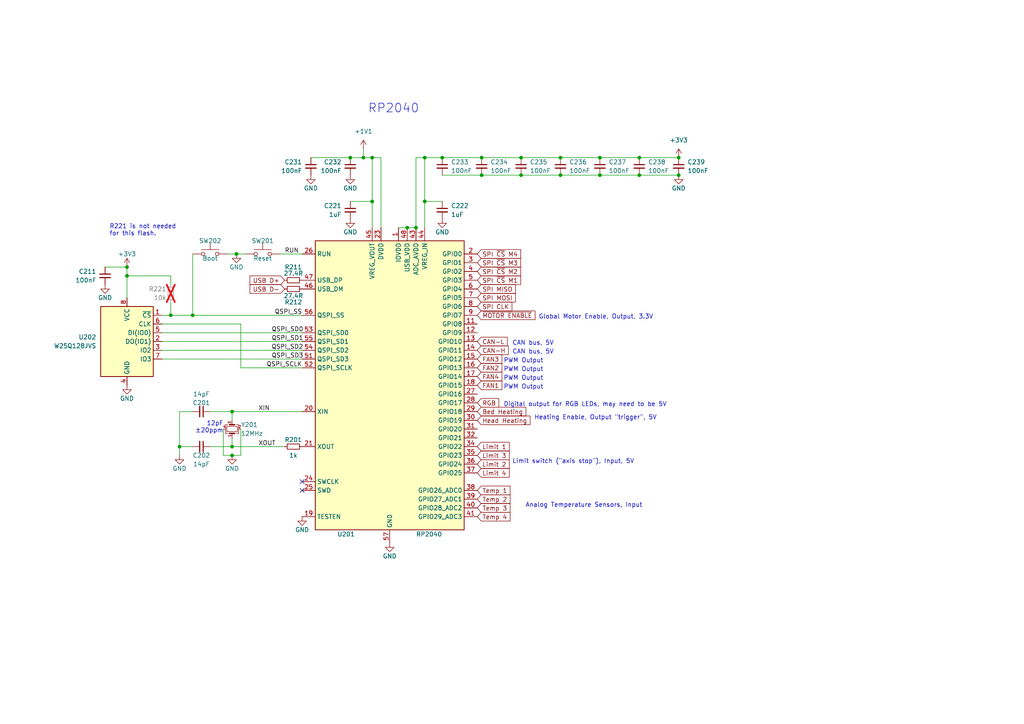
<source format=kicad_sch>
(kicad_sch (version 20230121) (generator eeschema)
  (paper "A4")
  (title_block (title "CAN 3D Printer (4 Motor) - Microcontroller") (rev "1") (company "Abit Gray"))
  (lib_symbols
    (symbol "Device:C_Small" (pin_numbers hide) (pin_names (offset 0.254) hide)
      (property "Reference" "C" (at 0.254 1.778 0))
      (property "Value" "C_Small" (at 0.254 -2.032 0))
      (symbol "C_Small_0_1"
        (polyline (pts (xy -1.524 -0.508) (xy 1.524 -0.508)) (stroke (width 0.3302)))
        (polyline (pts (xy -1.524 0.508) (xy 1.524 0.508)) (stroke (width 0.3048)))
      )
      (symbol "C_Small_1_1"
        (pin passive line (at 0 2.54 270) (length 2.032) (name "~") (number "1"))
        (pin passive line (at 0 -2.54 90) (length 2.032) (name "~") (number "2"))
      )
    )
    (symbol "Device:Crystal_GND24_Small" (pin_names (offset 1.016) hide)
      (property "Reference" "Y" (at 1.27 4.445 0))
      (property "Value" "Crystal_GND24_Small" (at 1.27 2.54 0))
      (symbol "Crystal_GND24_Small_0_1"
        (rectangle (start -0.762 -1.524) (end 0.762 1.524))
        (polyline (pts (xy -1.27 -0.762) (xy -1.27 0.762)) (stroke (width 0.381)))
        (polyline (pts (xy 1.27 -0.762) (xy 1.27 0.762)) (stroke (width 0.381)))
        (polyline (pts (xy -1.27 -1.27) (xy -1.27 -1.905) (xy 1.27 -1.905) (xy 1.27 -1.27)))
        (polyline (pts (xy -1.27 1.27) (xy -1.27 1.905) (xy 1.27 1.905) (xy 1.27 1.27)))
      )
      (symbol "Crystal_GND24_Small_1_1"
        (pin passive line (at -2.54 0 0) (length 1.27) (name "1") (number "1"))
        (pin passive line (at 0 -2.54 90) (length 0.635) (name "2") (number "2"))
        (pin passive line (at 2.54 0 180) (length 1.27) (name "3") (number "3"))
        (pin passive line (at 0 2.54 270) (length 0.635) (name "4") (number "4"))
      )
    )
    (symbol "Device:R_Small" (pin_numbers hide) (pin_names (offset 0.254) hide)
      (property "Reference" "R" (at 0.762 0.508 0))
      (property "Value" "R_Small" (at 0.762 -1.016 0))
      (symbol "R_Small_0_1"
        (rectangle (start -0.762 1.778) (end 0.762 -1.778) (stroke (width 0.2032)))
      )
      (symbol "R_Small_1_1"
        (pin passive line (at 0 2.54 270) (length 0.762) (name "~") (number "1"))
        (pin passive line (at 0 -2.54 90) (length 0.762) (name "~") (number "2"))
      )
    )
    (symbol "GND_1" (power) (pin_names (offset 0))
      (property "Value" "GND_1" (at 0 -3.81 0))
      (symbol "GND_1_0_1"
        (polyline (pts (xy 0 0) (xy 0 -1.27) (xy 1.27 -1.27) (xy 0 -2.54) (xy -1.27 -1.27) (xy 0 -1.27)))
      )
      (symbol "GND_1_1_1"
        (pin power_in line (at 0 0 270) (length 0) hide (name "GND") (number "1"))
      )
    )
    (symbol "MCU_RaspberryPi:RP2040"
      (property "Reference" "U" (at 17.78 45.72 0))
      (property "Value" "RP2040" (at 17.78 43.18 0))
      (symbol "RP2040_0_1"
        (rectangle (start -21.59 41.91) (end 21.59 -41.91) (stroke (width 0.254)) (fill (type background)))
      )
      (symbol "RP2040_1_1"
        (pin power_in line (at 2.54 45.72 270) (length 3.81) (name "IOVDD") (number "1"))
        (pin passive line (at 2.54 45.72 270) (length 3.81) hide (name "IOVDD") (number "10"))
        (pin bidirectional line (at 25.4 17.78 180) (length 3.81) (name "GPIO8") (number "11"))
        (pin bidirectional line (at 25.4 15.24 180) (length 3.81) (name "GPIO9") (number "12"))
        (pin bidirectional line (at 25.4 12.7 180) (length 3.81) (name "GPIO10") (number "13"))
        (pin bidirectional line (at 25.4 10.16 180) (length 3.81) (name "GPIO11") (number "14"))
        (pin bidirectional line (at 25.4 7.62 180) (length 3.81) (name "GPIO12") (number "15"))
        (pin bidirectional line (at 25.4 5.08 180) (length 3.81) (name "GPIO13") (number "16"))
        (pin bidirectional line (at 25.4 2.54 180) (length 3.81) (name "GPIO14") (number "17"))
        (pin bidirectional line (at 25.4 0 180) (length 3.81) (name "GPIO15") (number "18"))
        (pin input line (at -25.4 -38.1 0) (length 3.81) (name "TESTEN") (number "19"))
        (pin bidirectional line (at 25.4 38.1 180) (length 3.81) (name "GPIO0") (number "2"))
        (pin input line (at -25.4 -7.62 0) (length 3.81) (name "XIN") (number "20"))
        (pin passive line (at -25.4 -17.78 0) (length 3.81) (name "XOUT") (number "21"))
        (pin passive line (at 2.54 45.72 270) (length 3.81) hide (name "IOVDD") (number "22"))
        (pin power_in line (at -2.54 45.72 270) (length 3.81) (name "DVDD") (number "23"))
        (pin input line (at -25.4 -27.94 0) (length 3.81) (name "SWCLK") (number "24"))
        (pin bidirectional line (at -25.4 -30.48 0) (length 3.81) (name "SWD") (number "25"))
        (pin input line (at -25.4 38.1 0) (length 3.81) (name "RUN") (number "26"))
        (pin bidirectional line (at 25.4 -2.54 180) (length 3.81) (name "GPIO16") (number "27"))
        (pin bidirectional line (at 25.4 -5.08 180) (length 3.81) (name "GPIO17") (number "28"))
        (pin bidirectional line (at 25.4 -7.62 180) (length 3.81) (name "GPIO18") (number "29"))
        (pin bidirectional line (at 25.4 35.56 180) (length 3.81) (name "GPIO1") (number "3"))
        (pin bidirectional line (at 25.4 -10.16 180) (length 3.81) (name "GPIO19") (number "30"))
        (pin bidirectional line (at 25.4 -12.7 180) (length 3.81) (name "GPIO20") (number "31"))
        (pin bidirectional line (at 25.4 -15.24 180) (length 3.81) (name "GPIO21") (number "32"))
        (pin passive line (at 2.54 45.72 270) (length 3.81) hide (name "IOVDD") (number "33"))
        (pin bidirectional line (at 25.4 -17.78 180) (length 3.81) (name "GPIO22") (number "34"))
        (pin bidirectional line (at 25.4 -20.32 180) (length 3.81) (name "GPIO23") (number "35"))
        (pin bidirectional line (at 25.4 -22.86 180) (length 3.81) (name "GPIO24") (number "36"))
        (pin bidirectional line (at 25.4 -25.4 180) (length 3.81) (name "GPIO25") (number "37"))
        (pin bidirectional line (at 25.4 -30.48 180) (length 3.81) (name "GPIO26_ADC0") (number "38"))
        (pin bidirectional line (at 25.4 -33.02 180) (length 3.81) (name "GPIO27_ADC1") (number "39"))
        (pin bidirectional line (at 25.4 33.02 180) (length 3.81) (name "GPIO2") (number "4"))
        (pin bidirectional line (at 25.4 -35.56 180) (length 3.81) (name "GPIO28_ADC2") (number "40"))
        (pin bidirectional line (at 25.4 -38.1 180) (length 3.81) (name "GPIO29_ADC3") (number "41"))
        (pin passive line (at 2.54 45.72 270) (length 3.81) hide (name "IOVDD") (number "42"))
        (pin power_in line (at 7.62 45.72 270) (length 3.81) (name "ADC_AVDD") (number "43"))
        (pin power_in line (at 10.16 45.72 270) (length 3.81) (name "VREG_IN") (number "44"))
        (pin power_out line (at -5.08 45.72 270) (length 3.81) (name "VREG_VOUT") (number "45"))
        (pin bidirectional line (at -25.4 27.94 0) (length 3.81) (name "USB_DM") (number "46"))
        (pin bidirectional line (at -25.4 30.48 0) (length 3.81) (name "USB_DP") (number "47"))
        (pin power_in line (at 5.08 45.72 270) (length 3.81) (name "USB_VDD") (number "48"))
        (pin passive line (at 2.54 45.72 270) (length 3.81) hide (name "IOVDD") (number "49"))
        (pin bidirectional line (at 25.4 30.48 180) (length 3.81) (name "GPIO3") (number "5"))
        (pin passive line (at -2.54 45.72 270) (length 3.81) hide (name "DVDD") (number "50"))
        (pin bidirectional line (at -25.4 7.62 0) (length 3.81) (name "QSPI_SD3") (number "51"))
        (pin output line (at -25.4 5.08 0) (length 3.81) (name "QSPI_SCLK") (number "52"))
        (pin bidirectional line (at -25.4 15.24 0) (length 3.81) (name "QSPI_SD0") (number "53"))
        (pin bidirectional line (at -25.4 10.16 0) (length 3.81) (name "QSPI_SD2") (number "54"))
        (pin bidirectional line (at -25.4 12.7 0) (length 3.81) (name "QSPI_SD1") (number "55"))
        (pin bidirectional line (at -25.4 20.32 0) (length 3.81) (name "QSPI_SS") (number "56"))
        (pin power_in line (at 0 -45.72 90) (length 3.81) (name "GND") (number "57"))
        (pin bidirectional line (at 25.4 27.94 180) (length 3.81) (name "GPIO4") (number "6"))
        (pin bidirectional line (at 25.4 25.4 180) (length 3.81) (name "GPIO5") (number "7"))
        (pin bidirectional line (at 25.4 22.86 180) (length 3.81) (name "GPIO6") (number "8"))
        (pin bidirectional line (at 25.4 20.32 180) (length 3.81) (name "GPIO7") (number "9"))
      )
    )
    (symbol "Memory_Flash:W25Q128JVS"
      (property "Reference" "U" (at -8.89 8.89 0))
      (property "Value" "W25Q128JVS" (at 7.62 8.89 0))
      (symbol "W25Q128JVS_0_1"
        (rectangle (start -7.62 10.16) (end 7.62 -10.16) (stroke (width 0.254)) (fill (type background)))
      )
      (symbol "W25Q128JVS_1_1"
        (pin input line (at -10.16 7.62 0) (length 2.54) (name "~{CS}") (number "1"))
        (pin bidirectional line (at -10.16 0 0) (length 2.54) (name "DO(IO1)") (number "2"))
        (pin bidirectional line (at -10.16 -2.54 0) (length 2.54) (name "IO2") (number "3"))
        (pin power_in line (at 0 -12.7 90) (length 2.54) (name "GND") (number "4"))
        (pin bidirectional line (at -10.16 2.54 0) (length 2.54) (name "DI(IO0)") (number "5"))
        (pin input line (at -10.16 5.08 0) (length 2.54) (name "CLK") (number "6"))
        (pin bidirectional line (at -10.16 -5.08 0) (length 2.54) (name "IO3") (number "7"))
        (pin power_in line (at 0 12.7 270) (length 2.54) (name "VCC") (number "8"))
      )
    )
    (symbol "Switch:SW_Push" (pin_numbers hide) (pin_names (offset 1.016) hide)
      (property "Reference" "SW" (at 1.27 2.54 0))
      (property "Value" "SW_Push" (at 0 -1.524 0))
      (symbol "SW_Push_0_1"
        (circle (center -2.032 0) (radius 0.508))
        (polyline (pts (xy 0 1.27) (xy 0 3.048)))
        (polyline (pts (xy 2.54 1.27) (xy -2.54 1.27)))
        (circle (center 2.032 0) (radius 0.508))
        (pin passive line (at -5.08 0 0) (length 2.54) (name "1") (number "1"))
        (pin passive line (at 5.08 0 180) (length 2.54) (name "2") (number "2"))
      )
    )
    (symbol "power:+1V1" (power) (pin_names (offset 0))
      (property "Value" "+1V1" (at 0 3.556 0))
      (symbol "+1V1_0_1"
        (polyline (pts (xy -0.762 1.27) (xy 0 2.54)))
        (polyline (pts (xy 0 0) (xy 0 2.54)))
        (polyline (pts (xy 0 2.54) (xy 0.762 1.27)))
      )
      (symbol "+1V1_1_1"
        (pin power_in line (at 0 0 90) (length 0) hide (name "+1V1") (number "1"))
      )
    )
    (symbol "power:+3V3" (power) (pin_names (offset 0))
      (property "Value" "+3V3" (at 0 3.556 0))
      (symbol "+3V3_0_1"
        (polyline (pts (xy -0.762 1.27) (xy 0 2.54)))
        (polyline (pts (xy 0 0) (xy 0 2.54)))
        (polyline (pts (xy 0 2.54) (xy 0.762 1.27)))
      )
      (symbol "+3V3_1_1"
        (pin power_in line (at 0 0 90) (length 0) hide (name "+3V3") (number "1"))
      )
    )
    (symbol "power:GND" (power) (pin_numbers hide) (pin_names (offset 0) hide)
      (property "Value" "GND" (at 0 -3.81 0))
      (symbol "GND_0_1"
        (polyline (pts (xy 0 0) (xy 0 -1.27) (xy 1.27 -1.27) (xy 0 -2.54) (xy -1.27 -1.27) (xy 0 -1.27)))
      )
      (symbol "GND_1_1"
        (pin power_in line (at 0 0 270) (length 0) hide (name "GND") (number "1"))
      )
    )
  )
  (junction (at 105.41 45.72))
  (junction (at 101.6 45.72))
  (junction (at 118.11 66.04))
  (junction (at 52.07 129.54))
  (junction (at 36.83 77.47))
  (junction (at 123.19 45.72))
  (junction (at 139.7 45.72))
  (junction (at 162.56 45.72))
  (junction (at 107.95 58.42))
  (junction (at 67.31 119.38))
  (junction (at 185.42 50.8))
  (junction (at 139.7 50.8))
  (junction (at 107.95 45.72))
  (junction (at 196.85 50.8))
  (junction (at 67.31 129.54))
  (junction (at 173.99 45.72))
  (junction (at 173.99 50.8))
  (junction (at 49.53 91.44))
  (junction (at 123.19 58.42))
  (junction (at 128.27 45.72))
  (junction (at 196.85 45.72))
  (junction (at 151.13 50.8))
  (junction (at 55.88 91.44))
  (junction (at 68.58 73.66))
  (junction (at 151.13 45.72))
  (junction (at 185.42 45.72))
  (junction (at 120.65 66.04))
  (junction (at 36.83 80.01))
  (junction (at 162.56 50.8))
  (junction (at 67.31 132.08))
  (no_connect (at 87.63 139.7))
  (no_connect (at 87.63 142.24))
  (wire (pts (xy 55.88 73.66) (xy 55.88 91.44)))
  (wire (pts (xy 185.42 50.8) (xy 196.85 50.8)))
  (wire (pts (xy 60.96 119.38) (xy 67.31 119.38)))
  (wire (pts (xy 67.31 132.08) (xy 69.85 132.08)))
  (wire (pts (xy 107.95 58.42) (xy 101.6 58.42)))
  (wire (pts (xy 162.56 45.72) (xy 173.99 45.72)))
  (wire (pts (xy 69.85 106.68) (xy 87.63 106.68)))
  (wire (pts (xy 139.7 50.8) (xy 151.13 50.8)))
  (wire (pts (xy 64.77 132.08) (xy 67.31 132.08)))
  (wire (pts (xy 46.99 101.6) (xy 87.63 101.6)))
  (wire (pts (xy 52.07 129.54) (xy 52.07 119.38)))
  (wire (pts (xy 52.07 119.38) (xy 55.88 119.38)))
  (wire (pts (xy 107.95 58.42) (xy 107.95 66.04)))
  (wire (pts (xy 66.04 73.66) (xy 68.58 73.66)))
  (wire (pts (xy 115.57 66.04) (xy 118.11 66.04)))
  (wire (pts (xy 67.31 119.38) (xy 67.31 121.92)))
  (wire (pts (xy 30.48 77.47) (xy 36.83 77.47)))
  (wire (pts (xy 49.53 87.63) (xy 49.53 91.44)))
  (wire (pts (xy 46.99 91.44) (xy 49.53 91.44)))
  (wire (pts (xy 185.42 45.72) (xy 196.85 45.72)))
  (wire (pts (xy 49.53 82.55) (xy 49.53 80.01)))
  (wire (pts (xy 60.96 129.54) (xy 67.31 129.54)))
  (wire (pts (xy 101.6 45.72) (xy 105.41 45.72)))
  (wire (pts (xy 118.11 66.04) (xy 120.65 66.04)))
  (wire (pts (xy 46.99 93.98) (xy 69.85 93.98)))
  (wire (pts (xy 107.95 45.72) (xy 107.95 58.42)))
  (wire (pts (xy 110.49 45.72) (xy 110.49 66.04)))
  (wire (pts (xy 67.31 127) (xy 67.31 129.54)))
  (wire (pts (xy 49.53 80.01) (xy 36.83 80.01)))
  (wire (pts (xy 52.07 129.54) (xy 55.88 129.54)))
  (wire (pts (xy 64.77 124.46) (xy 64.77 132.08)))
  (wire (pts (xy 128.27 50.8) (xy 139.7 50.8)))
  (wire (pts (xy 55.88 91.44) (xy 87.63 91.44)))
  (wire (pts (xy 46.99 99.06) (xy 87.63 99.06)))
  (wire (pts (xy 128.27 45.72) (xy 139.7 45.72)))
  (wire (pts (xy 120.65 45.72) (xy 123.19 45.72)))
  (wire (pts (xy 36.83 77.47) (xy 36.83 80.01)))
  (wire (pts (xy 105.41 45.72) (xy 107.95 45.72)))
  (wire (pts (xy 67.31 129.54) (xy 82.55 129.54)))
  (wire (pts (xy 151.13 45.72) (xy 162.56 45.72)))
  (wire (pts (xy 67.31 119.38) (xy 87.63 119.38)))
  (wire (pts (xy 52.07 132.08) (xy 52.07 129.54)))
  (wire (pts (xy 36.83 80.01) (xy 36.83 86.36)))
  (wire (pts (xy 46.99 104.14) (xy 87.63 104.14)))
  (wire (pts (xy 173.99 45.72) (xy 185.42 45.72)))
  (wire (pts (xy 49.53 91.44) (xy 55.88 91.44)))
  (wire (pts (xy 162.56 50.8) (xy 173.99 50.8)))
  (wire (pts (xy 173.99 50.8) (xy 185.42 50.8)))
  (wire (pts (xy 123.19 45.72) (xy 123.19 58.42)))
  (wire (pts (xy 120.65 66.04) (xy 120.65 45.72)))
  (wire (pts (xy 123.19 66.04) (xy 123.19 58.42)))
  (wire (pts (xy 69.85 132.08) (xy 69.85 124.46)))
  (wire (pts (xy 139.7 45.72) (xy 151.13 45.72)))
  (wire (pts (xy 81.28 73.66) (xy 87.63 73.66)))
  (wire (pts (xy 151.13 50.8) (xy 162.56 50.8)))
  (wire (pts (xy 105.41 43.18) (xy 105.41 45.72)))
  (wire (pts (xy 46.99 96.52) (xy 87.63 96.52)))
  (wire (pts (xy 107.95 45.72) (xy 110.49 45.72)))
  (wire (pts (xy 69.85 93.98) (xy 69.85 106.68)))
  (wire (pts (xy 90.17 45.72) (xy 101.6 45.72)))
  (wire (pts (xy 123.19 58.42) (xy 128.27 58.42)))
  (wire (pts (xy 68.58 73.66) (xy 71.12 73.66)))
  (wire (pts (xy 123.19 45.72) (xy 128.27 45.72)))
  (text "Limit switch (\"axis stop\"), Input, 5V" (at 148.59 134.62 0) (effects (font (size 1.27 1.27)) (justify left bottom)))
  (text "CAN bus, 5V" (at 148.59 102.87 0) (effects (font (size 1.27 1.27)) (justify left bottom)))
  (text "Digital output for RGB LEDs, may need to be 5V" (at 146.05 118.11 0) (effects (font (size 1.27 1.27)) (justify left bottom)))
  (text "R221 is not needed\nfor this flash." (at 31.75 68.58 0) (effects (font (size 1.27 1.27)) (justify left bottom)))
  (text "Global Motor Enable, Output, 3.3V" (at 156.21 92.71 0) (effects (font (size 1.27 1.27)) (justify left bottom)))
  (text "PWM Output" (at 146.05 105.41 0) (effects (font (size 1.27 1.27)) (justify left bottom)))
  (text "12pF\n±20ppm" (at 64.77 125.73 0) (effects (font (size 1.27 1.27)) (justify right bottom)))
  (text "PWM Output" (at 146.05 110.49 0) (effects (font (size 1.27 1.27)) (justify left bottom)))
  (text "RP2040" (at 106.68 33.02 0) (effects (font (size 2.54 2.54)) (justify left bottom)))
  (text "PWM Output" (at 146.05 107.95 0) (effects (font (size 1.27 1.27)) (justify left bottom)))
  (text "Heating Enable, Output \"trigger\", 5V" (at 154.94 121.92 0) (effects (font (size 1.27 1.27)) (justify left bottom)))
  (text "Analog Temperature Sensors, Input" (at 152.4 147.32 0) (effects (font (size 1.27 1.27)) (justify left bottom)))
  (text "CAN bus, 5V" (at 148.59 100.33 0) (effects (font (size 1.27 1.27)) (justify left bottom)))
  (text "PWM Output" (at 146.05 113.03 0) (effects (font (size 1.27 1.27)) (justify left bottom)))
  (label "QSPI_SD0" (at 78.74 96.52 0))
  (label "XIN" (at 74.93 119.38 0))
  (label "RUN" (at 82.55 73.66 0))
  (label "QSPI_SD2" (at 78.6981 101.6 0))
  (label "QSPI_SD1" (at 78.74 99.06 0))
  (label "QSPI_SD3" (at 78.74 104.14 0))
  (label "XOUT" (at 74.93 129.54 0))
  (label "QSPI_SCLK" (at 87.63 106.68 180))
  (label "QSPI_SS" (at 87.63 91.44 180))
  (global_label "RGB" (shape input) (at 138.43 116.84 0) (property "Intersheetrefs" "${INTERSHEET_REFS}" (effects hide)))
  (global_label "Limit 1" (shape input) (at 138.43 129.54 0) (property "Intersheetrefs" "${INTERSHEET_REFS}" (effects hide)))
  (global_label "SPI ~{CS} M4" (shape input) (at 138.43 73.66 0) (property "Intersheetrefs" "${INTERSHEET_REFS}" (effects hide)))
  (global_label "Limit 3" (shape input) (at 138.43 132.08 0) (property "Intersheetrefs" "${INTERSHEET_REFS}" (effects hide)))
  (global_label "Temp 3" (shape input) (at 138.43 147.32 0) (property "Intersheetrefs" "${INTERSHEET_REFS}" (effects hide)))
  (global_label "SPI CLK" (shape input) (at 138.43 88.9 0) (property "Intersheetrefs" "${INTERSHEET_REFS}" (effects hide)))
  (global_label "Bed Heating" (shape input) (at 138.43 119.38 0) (property "Intersheetrefs" "${INTERSHEET_REFS}" (effects hide)))
  (global_label "SPI ~{CS} M2" (shape input) (at 138.43 78.74 0) (property "Intersheetrefs" "${INTERSHEET_REFS}" (effects hide)))
  (global_label "Limit 2" (shape input) (at 138.43 134.62 0) (property "Intersheetrefs" "${INTERSHEET_REFS}" (effects hide)))
  (global_label "FAN4" (shape input) (at 138.43 109.22 0) (property "Intersheetrefs" "${INTERSHEET_REFS}" (effects hide)))
  (global_label "Temp 4" (shape input) (at 138.43 149.86 0) (property "Intersheetrefs" "${INTERSHEET_REFS}" (effects hide)))
  (global_label "FAN3" (shape input) (at 138.43 104.14 0) (property "Intersheetrefs" "${INTERSHEET_REFS}" (effects hide)))
  (global_label "USB D-" (shape input) (at 82.55 83.82 180) (property "Intersheetrefs" "${INTERSHEET_REFS}" (effects hide)))
  (global_label "Temp 2" (shape input) (at 138.43 144.78 0) (property "Intersheetrefs" "${INTERSHEET_REFS}" (effects hide)))
  (global_label "USB D+" (shape input) (at 82.55 81.28 180) (property "Intersheetrefs" "${INTERSHEET_REFS}" (effects hide)))
  (global_label "Temp 1" (shape input) (at 138.43 142.24 0) (property "Intersheetrefs" "${INTERSHEET_REFS}" (effects hide)))
  (global_label "SPI ~{CS} M3" (shape input) (at 138.43 76.2 0) (property "Intersheetrefs" "${INTERSHEET_REFS}" (effects hide)))
  (global_label "FAN2" (shape input) (at 138.43 106.68 0) (property "Intersheetrefs" "${INTERSHEET_REFS}" (effects hide)))
  (global_label "SPI ~{CS} M1" (shape input) (at 138.43 81.28 0) (property "Intersheetrefs" "${INTERSHEET_REFS}" (effects hide)))
  (global_label "FAN1" (shape input) (at 138.43 111.76 0) (property "Intersheetrefs" "${INTERSHEET_REFS}" (effects hide)))
  (global_label "Limit 4" (shape input) (at 138.43 137.16 0) (property "Intersheetrefs" "${INTERSHEET_REFS}" (effects hide)))
  (global_label "SPI MOSI" (shape input) (at 138.43 86.36 0) (property "Intersheetrefs" "${INTERSHEET_REFS}" (effects hide)))
  (global_label "CAN-H" (shape input) (at 138.43 101.6 0) (property "Intersheetrefs" "${INTERSHEET_REFS}" (effects hide)))
  (global_label "~{MOTOR ENABLE}" (shape input) (at 138.43 91.44 0) (property "Intersheetrefs" "${INTERSHEET_REFS}" (effects hide)))
  (global_label "Head Heating" (shape input) (at 138.43 121.92 0) (property "Intersheetrefs" "${INTERSHEET_REFS}" (effects hide)))
  (global_label "CAN-L" (shape input) (at 138.43 99.06 0) (property "Intersheetrefs" "${INTERSHEET_REFS}" (effects hide)))
  (global_label "SPI MISO" (shape input) (at 138.43 83.82 0) (property "Intersheetrefs" "${INTERSHEET_REFS}" (effects hide)))
  (symbol (lib_id "Device:C_Small") (at 58.42 119.38 270) (mirror x) (unit 1)
    (property "Reference" "C201" (at 58.42 116.84 90))
    (property "Value" "14pF" (at 58.42 114.3 90))
    (property "Footprint" "Capacitor_SMD:C_0402_1005Metric" (effects hide))
    (property "LCSC" "C3037644" (effects hide))
  )
  (symbol (lib_name "GND_1") (lib_id "power:GND") (at 52.07 132.08 0) (unit 1)
    (property "Reference" "#PWR0204" (effects hide))
    (property "Value" "GND" (at 52.07 135.89 0))
  )
  (symbol (lib_id "Device:R_Small") (at 85.09 81.28 90) (unit 1)
    (property "Reference" "R211" (at 85.09 77.47 90))
    (property "Value" "27.4R" (at 85.09 80.01 90) (effects (justify top)))
    (property "Footprint" "Resistor_SMD:R_0402_1005Metric" (effects hide))
    (property "LCSC" "C31439" (effects hide))
  )
  (symbol (lib_id "Device:C_Small") (at 139.7 48.26 0) (unit 1)
    (property "Reference" "C234" (at 142.24 46.9963 0) (effects (justify left)))
    (property "Value" "100nF" (at 142.24 49.53 0) (effects (justify left)))
    (property "Footprint" "Capacitor_SMD:C_0402_1005Metric" (effects hide))
    (property "LCSC" "C60474" (effects hide))
  )
  (symbol (lib_id "Device:C_Small") (at 58.42 129.54 270) (unit 1)
    (property "Reference" "C202" (at 58.42 132.08 90))
    (property "Value" "14pF" (at 58.42 134.62 90))
    (property "Footprint" "Capacitor_SMD:C_0402_1005Metric" (effects hide))
    (property "LCSC" "C3037644" (effects hide))
  )
  (symbol (lib_id "Device:C_Small") (at 196.85 48.26 0) (unit 1)
    (property "Reference" "C239" (at 199.39 46.9963 0) (effects (justify left)))
    (property "Value" "100nF" (at 199.39 49.53 0) (effects (justify left)))
    (property "Footprint" "Capacitor_SMD:C_0402_1005Metric" (effects hide))
    (property "LCSC" "C60474" (effects hide))
  )
  (symbol (lib_name "GND_1") (lib_id "power:GND") (at 101.6 50.8 0) (unit 1)
    (property "Reference" "#PWR0208" (effects hide))
    (property "Value" "GND" (at 101.6 54.61 0))
  )
  (symbol (lib_id "Device:R_Small") (at 49.53 85.09 0) (mirror y) (unit 1) (in_bom no) (dnp yes)
    (property "Reference" "R221" (at 48.26 83.82 0) (effects (justify left)))
    (property "Value" "10k" (at 48.26 86.36 0) (effects (justify left)))
    (property "Footprint" "Resistor_SMD:R_0603_1608Metric" (effects hide))
    (property "LCSC" "C25804" (effects hide))
    (property "Mouser" "603-AC0603FR-1010KL" (effects hide))
  )
  (symbol (lib_id "Device:R_Small") (at 85.09 129.54 90) (unit 1)
    (property "Reference" "R201" (at 85.09 128.27 90) (effects (justify top)))
    (property "Value" "1k" (at 85.09 132.08 90))
    (property "Footprint" "Resistor_SMD:R_0402_1005Metric" (effects hide))
    (property "LCSC" "C851849" (effects hide))
  )
  (symbol (lib_id "Device:R_Small") (at 85.09 83.82 90) (mirror x) (unit 1)
    (property "Reference" "R212" (at 85.09 87.63 90))
    (property "Value" "27.4R" (at 85.09 85.09 90) (effects (justify top)))
    (property "Footprint" "Resistor_SMD:R_0402_1005Metric" (effects hide))
    (property "LCSC" "C31439" (effects hide))
  )
  (symbol (lib_name "GND_1") (lib_id "power:GND") (at 90.17 50.8 0) (unit 1)
    (property "Reference" "#PWR0207" (effects hide))
    (property "Value" "GND" (at 90.17 54.61 0))
  )
  (symbol (lib_name "GND_1") (lib_id "power:GND") (at 128.27 63.5 0) (unit 1)
    (property "Reference" "#PWR0212" (effects hide))
    (property "Value" "GND" (at 128.27 67.31 0))
  )
  (symbol (lib_id "Switch:SW_Push") (at 76.2 73.66 0) (unit 1)
    (property "Reference" "SW201" (at 76.2 69.85 0))
    (property "Value" "Reset" (at 76.2 74.93 0))
    (property "Footprint" "Custom:Button 6x3.6mm" (effects hide))
    (property "Datasheet" "https://datasheet.lcsc.com/lcsc/2002271735_XKB-Connectivity-TS-1101-C-W_C318938.pdf" (effects hide))
    (property "LCSC" "C318938" (effects hide))
  )
  (symbol (lib_id "Device:C_Small") (at 101.6 60.96 0) (mirror y) (unit 1)
    (property "Reference" "C221" (at 99.06 59.6963 0) (effects (justify left)))
    (property "Value" "1uF" (at 99.06 62.2363 0) (effects (justify left)))
    (property "Footprint" "Capacitor_SMD:C_0402_1005Metric" (effects hide))
    (property "LCSC" "C14445" (effects hide))
  )
  (symbol (lib_id "Device:C_Small") (at 30.48 80.01 0) (mirror y) (unit 1)
    (property "Reference" "C211" (at 27.94 78.7463 0) (effects (justify left)))
    (property "Value" "100nF" (at 27.94 81.2863 0) (effects (justify left)))
    (property "Footprint" "Capacitor_SMD:C_0402_1005Metric" (effects hide))
    (property "LCSC" "C60474" (effects hide))
  )
  (symbol (lib_id "Device:C_Small") (at 151.13 48.26 0) (unit 1)
    (property "Reference" "C235" (at 153.67 46.9963 0) (effects (justify left)))
    (property "Value" "100nF" (at 153.67 49.53 0) (effects (justify left)))
    (property "Footprint" "Capacitor_SMD:C_0402_1005Metric" (effects hide))
    (property "LCSC" "C60474" (effects hide))
  )
  (symbol (lib_name "GND_1") (lib_id "power:GND") (at 196.85 50.8 0) (unit 1)
    (property "Reference" "#PWR0214" (effects hide))
    (property "Value" "GND" (at 196.85 54.61 0))
  )
  (symbol (lib_id "Device:C_Small") (at 128.27 48.26 0) (unit 1)
    (property "Reference" "C233" (at 130.81 46.9963 0) (effects (justify left)))
    (property "Value" "100nF" (at 130.81 49.53 0) (effects (justify left)))
    (property "Footprint" "Capacitor_SMD:C_0402_1005Metric" (effects hide))
    (property "LCSC" "C60474" (effects hide))
  )
  (symbol (lib_id "power:GND") (at 113.03 157.48 0) (unit 1)
    (property "Reference" "#PWR0211" (effects hide))
    (property "Value" "GND" (at 113.03 161.29 0))
  )
  (symbol (lib_name "GND_1") (lib_id "power:GND") (at 101.6 63.5 0) (unit 1)
    (property "Reference" "#PWR0209" (effects hide))
    (property "Value" "GND" (at 101.6 67.31 0))
  )
  (symbol (lib_id "power:+3V3") (at 36.83 77.47 0) (mirror y) (unit 1)
    (property "Reference" "#PWR0202" (effects hide))
    (property "Value" "+3V3" (at 36.83 73.66 0))
  )
  (symbol (lib_id "Memory_Flash:W25Q128JVS") (at 36.83 99.06 0) (mirror y) (unit 1)
    (property "Reference" "U202" (at 27.94 97.79 0) (effects (justify left)))
    (property "Value" "W25Q128JVS" (at 27.94 100.33 0) (effects (justify left)))
    (property "Footprint" "Package_SO:SOIC-8_5.23x5.23mm_P1.27mm" (effects hide))
    (property "Datasheet" "http://www.winbond.com/resource-files/w25q128jv_dtr%20revc%2003272018%20plus.pdf" (effects hide))
    (property "LCSC" "C97521" (effects hide))
    (property "Mouser" "454-W25Q128JVSIQTR,454-W25Q128JVSIQ" (effects hide))
  )
  (symbol (lib_name "GND_1") (lib_id "power:GND") (at 68.58 73.66 0) (unit 1)
    (property "Reference" "#PWR0205" (effects hide))
    (property "Value" "GND" (at 68.58 77.47 0))
  )
  (symbol (lib_id "Device:C_Small") (at 128.27 60.96 0) (unit 1)
    (property "Reference" "C222" (at 130.81 59.6963 0) (effects (justify left)))
    (property "Value" "1uF" (at 130.81 62.2363 0) (effects (justify left)))
    (property "Footprint" "Capacitor_SMD:C_0402_1005Metric" (effects hide))
    (property "LCSC" "C14445" (effects hide))
  )
  (symbol (lib_id "Switch:SW_Push") (at 60.96 73.66 0) (mirror y) (unit 1)
    (property "Reference" "SW202" (at 60.96 69.85 0))
    (property "Value" "Boot" (at 60.96 74.93 0))
    (property "Footprint" "Custom:Button 6x3.6mm" (effects hide))
    (property "Datasheet" "https://datasheet.lcsc.com/lcsc/2002271735_XKB-Connectivity-TS-1101-C-W_C318938.pdf" (effects hide))
    (property "LCSC" "C318938" (effects hide))
  )
  (symbol (lib_name "GND_1") (lib_id "power:GND") (at 67.31 132.08 0) (mirror y) (unit 1)
    (property "Reference" "#PWR0215" (effects hide))
    (property "Value" "GND" (at 67.31 135.89 0))
  )
  (symbol (lib_id "Device:Crystal_GND24_Small") (at 67.31 124.46 90) (unit 1)
    (property "Reference" "Y201" (at 69.85 123.19 90) (effects (justify right)))
    (property "Value" "12MHz" (at 69.85 125.73 90) (effects (justify right)))
    (property "Footprint" "Crystal:Crystal_SMD_5032-4Pin_5.0x3.2mm" (effects hide))
    (property "Datasheet" "https://datasheet.lcsc.com/lcsc/2304140030_ECEC-ZheJiang-E-ast-Crystal-Elec-K12000E098_C258959.pdf" (effects hide))
    (property "LCSC" "C258959" (effects hide))
  )
  (symbol (lib_name "GND_1") (lib_id "power:GND") (at 36.83 111.76 0) (mirror y) (unit 1)
    (property "Reference" "#PWR0203" (effects hide))
    (property "Value" "GND" (at 36.83 115.57 0))
  )
  (symbol (lib_id "Device:C_Small") (at 90.17 48.26 0) (mirror y) (unit 1)
    (property "Reference" "C231" (at 87.63 46.9963 0) (effects (justify left)))
    (property "Value" "100nF" (at 87.63 49.5363 0) (effects (justify left)))
    (property "Footprint" "Capacitor_SMD:C_0402_1005Metric" (effects hide))
    (property "LCSC" "C60474" (effects hide))
  )
  (symbol (lib_id "Device:C_Small") (at 173.99 48.26 0) (unit 1)
    (property "Reference" "C237" (at 176.53 46.9963 0) (effects (justify left)))
    (property "Value" "100nF" (at 176.53 49.53 0) (effects (justify left)))
    (property "Footprint" "Capacitor_SMD:C_0402_1005Metric" (effects hide))
    (property "LCSC" "C60474" (effects hide))
  )
  (symbol (lib_id "Device:C_Small") (at 101.6 48.26 0) (mirror y) (unit 1)
    (property "Reference" "C232" (at 99.06 46.9963 0) (effects (justify left)))
    (property "Value" "100nF" (at 99.06 49.53 0) (effects (justify left)))
    (property "Footprint" "Capacitor_SMD:C_0402_1005Metric" (effects hide))
    (property "LCSC" "C60474" (effects hide))
  )
  (symbol (lib_id "power:+1V1") (at 105.41 43.18 0) (unit 1)
    (property "Reference" "#PWR0210" (effects hide))
    (property "Value" "+1V1" (at 105.41 38.1 0))
  )
  (symbol (lib_id "power:+3V3") (at 196.85 45.72 0) (unit 1)
    (property "Reference" "#PWR0213" (effects hide))
    (property "Value" "+3V3" (at 196.85 40.64 0))
  )
  (symbol (lib_id "power:GND") (at 87.63 149.86 0) (unit 1)
    (property "Reference" "#PWR0206" (effects hide))
    (property "Value" "GND" (at 87.63 153.67 0))
  )
  (symbol (lib_name "GND_1") (lib_id "power:GND") (at 30.48 82.55 0) (unit 1)
    (property "Reference" "#PWR0201" (effects hide))
    (property "Value" "GND" (at 30.48 86.36 0))
  )
  (symbol (lib_id "MCU_RaspberryPi:RP2040") (at 113.03 111.76 0) (unit 1)
    (property "Reference" "U201" (at 97.79 154.94 0) (effects (justify left)))
    (property "Value" "RP2040" (at 120.65 154.94 0) (effects (justify left)))
    (property "Footprint" "Package_DFN_QFN:QFN-56-1EP_7x7mm_P0.4mm_EP3.2x3.2mm" (effects hide))
    (property "Datasheet" "https://datasheets.raspberrypi.com/rp2040/rp2040-datasheet.pdf" (effects hide))
    (property "LCSC" "C2040" (effects hide))
    (property "Mouser" "358-SC09147,358-SC091413" (effects hide))
  )
  (symbol (lib_id "Device:C_Small") (at 185.42 48.26 0) (unit 1)
    (property "Reference" "C238" (at 187.96 46.9963 0) (effects (justify left)))
    (property "Value" "100nF" (at 187.96 49.53 0) (effects (justify left)))
    (property "Footprint" "Capacitor_SMD:C_0402_1005Metric" (effects hide))
    (property "LCSC" "C60474" (effects hide))
  )
  (symbol (lib_id "Device:C_Small") (at 162.56 48.26 0) (unit 1)
    (property "Reference" "C236" (at 165.1 46.9963 0) (effects (justify left)))
    (property "Value" "100nF" (at 165.1 49.53 0) (effects (justify left)))
    (property "Footprint" "Capacitor_SMD:C_0402_1005Metric" (effects hide))
    (property "LCSC" "C60474" (effects hide))
  )
)
</source>
